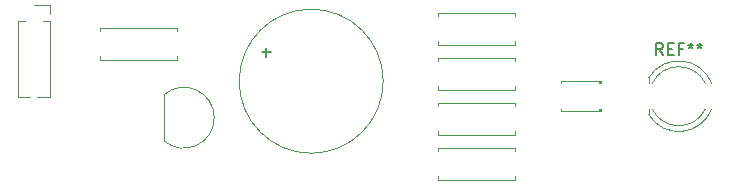
<source format=gbr>
%TF.GenerationSoftware,KiCad,Pcbnew,(5.1.7)-1*%
%TF.CreationDate,2020-10-26T20:10:13+01:00*%
%TF.ProjectId,geiger_counter,67656967-6572-45f6-936f-756e7465722e,rev?*%
%TF.SameCoordinates,Original*%
%TF.FileFunction,Legend,Top*%
%TF.FilePolarity,Positive*%
%FSLAX46Y46*%
G04 Gerber Fmt 4.6, Leading zero omitted, Abs format (unit mm)*
G04 Created by KiCad (PCBNEW (5.1.7)-1) date 2020-10-26 20:10:13*
%MOMM*%
%LPD*%
G01*
G04 APERTURE LIST*
%ADD10C,0.120000*%
%ADD11C,0.150000*%
G04 APERTURE END LIST*
D10*
%TO.C, *%
X176625000Y-33120000D02*
X176625000Y-32790000D01*
X170085000Y-33120000D02*
X176625000Y-33120000D01*
X170085000Y-32790000D02*
X170085000Y-33120000D01*
X176625000Y-30380000D02*
X176625000Y-30710000D01*
X170085000Y-30380000D02*
X176625000Y-30380000D01*
X170085000Y-30710000D02*
X170085000Y-30380000D01*
X175465000Y-36080000D02*
X175465000Y-39930000D01*
X175474878Y-39968611D02*
G75*
G03*
X175465000Y-36080000I1690122J1948611D01*
G01*
X205200000Y-43280000D02*
X205200000Y-42950000D01*
X198660000Y-43280000D02*
X205200000Y-43280000D01*
X198660000Y-42950000D02*
X198660000Y-43280000D01*
X205200000Y-40540000D02*
X205200000Y-40870000D01*
X198660000Y-40540000D02*
X205200000Y-40540000D01*
X198660000Y-40870000D02*
X198660000Y-40540000D01*
X205200000Y-39470000D02*
X205200000Y-39140000D01*
X198660000Y-39470000D02*
X205200000Y-39470000D01*
X198660000Y-39140000D02*
X198660000Y-39470000D01*
X205200000Y-36730000D02*
X205200000Y-37060000D01*
X198660000Y-36730000D02*
X205200000Y-36730000D01*
X198660000Y-37060000D02*
X198660000Y-36730000D01*
X205200000Y-35660000D02*
X205200000Y-35330000D01*
X198660000Y-35660000D02*
X205200000Y-35660000D01*
X198660000Y-35330000D02*
X198660000Y-35660000D01*
X205200000Y-32920000D02*
X205200000Y-33250000D01*
X198660000Y-32920000D02*
X205200000Y-32920000D01*
X198660000Y-33250000D02*
X198660000Y-32920000D01*
X205200000Y-31850000D02*
X205200000Y-31520000D01*
X198660000Y-31850000D02*
X205200000Y-31850000D01*
X198660000Y-31520000D02*
X198660000Y-31850000D01*
X205200000Y-29110000D02*
X205200000Y-29440000D01*
X198660000Y-29110000D02*
X205200000Y-29110000D01*
X198660000Y-29440000D02*
X198660000Y-29110000D01*
X164465000Y-28450000D02*
X165795000Y-28450000D01*
X165795000Y-28450000D02*
X165795000Y-29210000D01*
X165795000Y-29845000D02*
X165795000Y-36255000D01*
X164772530Y-36255000D02*
X165795000Y-36255000D01*
X163135000Y-36255000D02*
X164157470Y-36255000D01*
X163135000Y-29845000D02*
X163135000Y-36255000D01*
X165225000Y-29845000D02*
X165795000Y-29845000D01*
X163135000Y-29845000D02*
X163705000Y-29845000D01*
X194050000Y-34925000D02*
G75*
G03*
X194050000Y-34925000I-6100000J0D01*
G01*
X212290000Y-35115000D02*
X212290000Y-34935000D01*
X212290000Y-37455000D02*
X212290000Y-37275000D01*
X212410000Y-35115000D02*
X212410000Y-34935000D01*
X212410000Y-37455000D02*
X212410000Y-37275000D01*
X209110000Y-35100000D02*
X209110000Y-34935000D01*
X209110000Y-37455000D02*
X209110000Y-37290000D01*
X212530000Y-35115000D02*
X212530000Y-34935000D01*
X212530000Y-37455000D02*
X212530000Y-37275000D01*
X212530000Y-34935000D02*
X209110000Y-34935000D01*
X212530000Y-37455000D02*
X209110000Y-37455000D01*
%TO.C,REF\u002A\u002A*%
X216515000Y-37275000D02*
X216515000Y-37740000D01*
X216515000Y-34650000D02*
X216515000Y-35115000D01*
X221329479Y-37275429D02*
G75*
G02*
X216820316Y-37275000I-2254479J1080429D01*
G01*
X221329479Y-35114571D02*
G75*
G03*
X216820316Y-35115000I-2254479J-1080429D01*
G01*
X221862815Y-37275827D02*
G75*
G02*
X216515000Y-37739830I-2787815J1080827D01*
G01*
X221862815Y-35114173D02*
G75*
G03*
X216515000Y-34650170I-2787815J-1080827D01*
G01*
%TO.C, *%
D11*
X183759047Y-32456428D02*
X184520952Y-32456428D01*
X184140000Y-32837380D02*
X184140000Y-32075476D01*
%TO.C,REF\u002A\u002A*%
X217741666Y-32687380D02*
X217408333Y-32211190D01*
X217170238Y-32687380D02*
X217170238Y-31687380D01*
X217551190Y-31687380D01*
X217646428Y-31735000D01*
X217694047Y-31782619D01*
X217741666Y-31877857D01*
X217741666Y-32020714D01*
X217694047Y-32115952D01*
X217646428Y-32163571D01*
X217551190Y-32211190D01*
X217170238Y-32211190D01*
X218170238Y-32163571D02*
X218503571Y-32163571D01*
X218646428Y-32687380D02*
X218170238Y-32687380D01*
X218170238Y-31687380D01*
X218646428Y-31687380D01*
X219408333Y-32163571D02*
X219075000Y-32163571D01*
X219075000Y-32687380D02*
X219075000Y-31687380D01*
X219551190Y-31687380D01*
X220075000Y-31687380D02*
X220075000Y-31925476D01*
X219836904Y-31830238D02*
X220075000Y-31925476D01*
X220313095Y-31830238D01*
X219932142Y-32115952D02*
X220075000Y-31925476D01*
X220217857Y-32115952D01*
X220836904Y-31687380D02*
X220836904Y-31925476D01*
X220598809Y-31830238D02*
X220836904Y-31925476D01*
X221075000Y-31830238D01*
X220694047Y-32115952D02*
X220836904Y-31925476D01*
X220979761Y-32115952D01*
%TD*%
M02*

</source>
